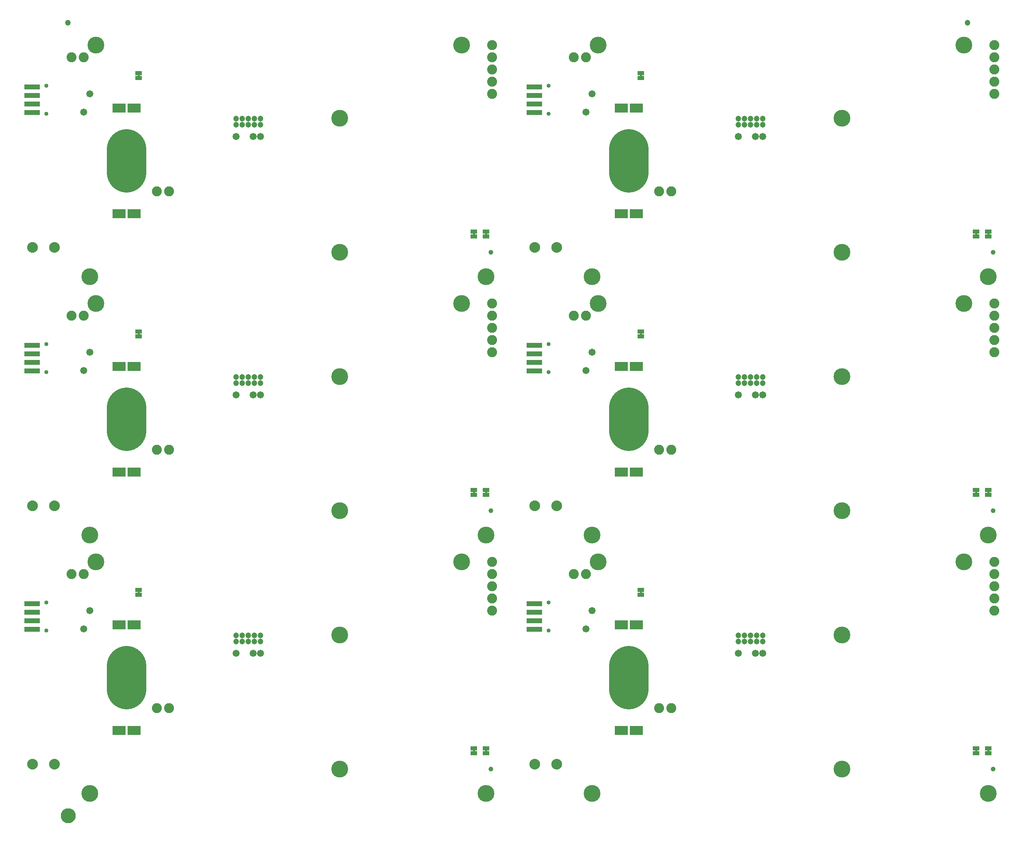
<source format=gbs>
G75*
%MOIN*%
%OFA0B0*%
%FSLAX25Y25*%
%IPPOS*%
%LPD*%
%AMOC8*
5,1,8,0,0,1.08239X$1,22.5*
%
%ADD10C,0.13800*%
%ADD11C,0.08800*%
%ADD12C,0.03359*%
%ADD13R,0.12611X0.04343*%
%ADD14C,0.05800*%
%ADD15C,0.04737*%
%ADD16R,0.10800X0.07800*%
%ADD17C,0.32296*%
%ADD18C,0.08200*%
%ADD19C,0.03950*%
%ADD20R,0.05800X0.03300*%
%ADD21C,0.00500*%
%ADD22C,0.05000*%
%ADD23C,0.06706*%
D10*
X0158933Y0118933D03*
X0363933Y0138933D03*
X0483933Y0118933D03*
X0570933Y0118933D03*
X0775933Y0138933D03*
X0895933Y0118933D03*
X0775933Y0248933D03*
X0875933Y0308933D03*
X0895933Y0330933D03*
X0775933Y0350933D03*
X0775933Y0460933D03*
X0875933Y0520933D03*
X0895933Y0542933D03*
X0775933Y0562933D03*
X0775933Y0672933D03*
X0875933Y0732933D03*
X0575933Y0732933D03*
X0463933Y0732933D03*
X0363933Y0672933D03*
X0363933Y0562933D03*
X0463933Y0520933D03*
X0483933Y0542933D03*
X0570933Y0542933D03*
X0575933Y0520933D03*
X0363933Y0460933D03*
X0363933Y0350933D03*
X0463933Y0308933D03*
X0483933Y0330933D03*
X0570933Y0330933D03*
X0575933Y0308933D03*
X0363933Y0248933D03*
X0163933Y0308933D03*
X0158933Y0330933D03*
X0163933Y0520933D03*
X0158933Y0542933D03*
X0163933Y0732933D03*
D11*
X0129933Y0566933D03*
X0111933Y0566933D03*
X0111933Y0354933D03*
X0129933Y0354933D03*
X0129933Y0142933D03*
X0111933Y0142933D03*
X0523933Y0142933D03*
X0541933Y0142933D03*
X0541933Y0354933D03*
X0523933Y0354933D03*
X0523933Y0566933D03*
X0541933Y0566933D03*
D12*
X0535244Y0487311D03*
X0535244Y0464555D03*
X0535244Y0275311D03*
X0535244Y0252555D03*
X0123244Y0252555D03*
X0123244Y0275311D03*
X0123244Y0464555D03*
X0123244Y0487311D03*
X0123244Y0676555D03*
X0123244Y0699311D03*
X0535244Y0699311D03*
X0535244Y0676555D03*
D13*
X0523433Y0677433D03*
X0523433Y0684433D03*
X0523433Y0691433D03*
X0523433Y0698433D03*
X0523433Y0486433D03*
X0523433Y0479433D03*
X0523433Y0472433D03*
X0523433Y0465433D03*
X0523433Y0274433D03*
X0523433Y0267433D03*
X0523433Y0260433D03*
X0523433Y0253433D03*
X0111433Y0253433D03*
X0111433Y0260433D03*
X0111433Y0267433D03*
X0111433Y0274433D03*
X0111433Y0465433D03*
X0111433Y0472433D03*
X0111433Y0479433D03*
X0111433Y0486433D03*
X0111433Y0677433D03*
X0111433Y0684433D03*
X0111433Y0691433D03*
X0111433Y0698433D03*
D14*
X0153933Y0677933D03*
X0158933Y0692933D03*
X0278933Y0657933D03*
X0292933Y0657933D03*
X0298933Y0657933D03*
X0158933Y0480933D03*
X0153933Y0465933D03*
X0278933Y0445933D03*
X0292933Y0445933D03*
X0298933Y0445933D03*
X0158933Y0268933D03*
X0153933Y0253933D03*
X0278933Y0233933D03*
X0292933Y0233933D03*
X0298933Y0233933D03*
X0565933Y0253933D03*
X0570933Y0268933D03*
X0690933Y0233933D03*
X0704933Y0233933D03*
X0710933Y0233933D03*
X0710933Y0445933D03*
X0704933Y0445933D03*
X0690933Y0445933D03*
X0570933Y0480933D03*
X0565933Y0465933D03*
X0690933Y0657933D03*
X0704933Y0657933D03*
X0710933Y0657933D03*
X0570933Y0692933D03*
X0565933Y0677933D03*
D15*
X0690933Y0672433D03*
X0690933Y0667433D03*
X0695933Y0667433D03*
X0695933Y0672433D03*
X0700933Y0672433D03*
X0700933Y0667433D03*
X0705933Y0667433D03*
X0705933Y0672433D03*
X0710933Y0672433D03*
X0710933Y0667433D03*
X0878933Y0751183D03*
X0710933Y0460433D03*
X0710933Y0455433D03*
X0705933Y0455433D03*
X0700933Y0455433D03*
X0695933Y0455433D03*
X0690933Y0455433D03*
X0690933Y0460433D03*
X0695933Y0460433D03*
X0700933Y0460433D03*
X0705933Y0460433D03*
X0705933Y0248433D03*
X0700933Y0248433D03*
X0700933Y0243433D03*
X0695933Y0243433D03*
X0690933Y0243433D03*
X0690933Y0248433D03*
X0695933Y0248433D03*
X0705933Y0243433D03*
X0710933Y0243433D03*
X0710933Y0248433D03*
X0298933Y0248433D03*
X0298933Y0243433D03*
X0293933Y0243433D03*
X0288933Y0243433D03*
X0283933Y0243433D03*
X0278933Y0243433D03*
X0278933Y0248433D03*
X0283933Y0248433D03*
X0288933Y0248433D03*
X0293933Y0248433D03*
X0293933Y0455433D03*
X0288933Y0455433D03*
X0283933Y0455433D03*
X0278933Y0455433D03*
X0278933Y0460433D03*
X0283933Y0460433D03*
X0288933Y0460433D03*
X0293933Y0460433D03*
X0298933Y0460433D03*
X0298933Y0455433D03*
X0298933Y0667433D03*
X0293933Y0667433D03*
X0288933Y0667433D03*
X0283933Y0667433D03*
X0278933Y0667433D03*
X0278933Y0672433D03*
X0283933Y0672433D03*
X0288933Y0672433D03*
X0293933Y0672433D03*
X0298933Y0672433D03*
X0140933Y0751183D03*
D16*
X0182831Y0681240D03*
X0195035Y0681240D03*
X0195035Y0594626D03*
X0182831Y0594626D03*
X0182831Y0469240D03*
X0195035Y0469240D03*
X0195035Y0382626D03*
X0182831Y0382626D03*
X0182831Y0257240D03*
X0195035Y0257240D03*
X0195035Y0170626D03*
X0182831Y0170626D03*
X0594831Y0170626D03*
X0607035Y0170626D03*
X0607035Y0257240D03*
X0594831Y0257240D03*
X0594831Y0382626D03*
X0607035Y0382626D03*
X0607035Y0469240D03*
X0594831Y0469240D03*
X0594831Y0594626D03*
X0607035Y0594626D03*
X0607035Y0681240D03*
X0594831Y0681240D03*
D17*
X0600933Y0647775D02*
X0600933Y0628091D01*
X0600933Y0435775D02*
X0600933Y0416091D01*
X0600933Y0223775D02*
X0600933Y0204091D01*
X0188933Y0204091D02*
X0188933Y0223775D01*
X0188933Y0416091D02*
X0188933Y0435775D01*
X0188933Y0628091D02*
X0188933Y0647775D01*
D18*
X0213933Y0612933D03*
X0223933Y0612933D03*
X0153933Y0510933D03*
X0143933Y0510933D03*
X0213933Y0400933D03*
X0223933Y0400933D03*
X0153933Y0298933D03*
X0143933Y0298933D03*
X0213933Y0188933D03*
X0223933Y0188933D03*
X0488933Y0268933D03*
X0488933Y0278933D03*
X0488933Y0288933D03*
X0488933Y0298933D03*
X0488933Y0308933D03*
X0555933Y0298933D03*
X0565933Y0298933D03*
X0625933Y0400933D03*
X0635933Y0400933D03*
X0488933Y0480933D03*
X0488933Y0490933D03*
X0488933Y0500933D03*
X0488933Y0510933D03*
X0488933Y0520933D03*
X0555933Y0510933D03*
X0565933Y0510933D03*
X0625933Y0612933D03*
X0635933Y0612933D03*
X0565933Y0722933D03*
X0555933Y0722933D03*
X0488933Y0722933D03*
X0488933Y0712933D03*
X0488933Y0702933D03*
X0488933Y0692933D03*
X0488933Y0732933D03*
X0153933Y0722933D03*
X0143933Y0722933D03*
X0625933Y0188933D03*
X0635933Y0188933D03*
X0900933Y0268933D03*
X0900933Y0278933D03*
X0900933Y0288933D03*
X0900933Y0298933D03*
X0900933Y0308933D03*
X0900933Y0480933D03*
X0900933Y0490933D03*
X0900933Y0500933D03*
X0900933Y0510933D03*
X0900933Y0520933D03*
X0900933Y0692933D03*
X0900933Y0702933D03*
X0900933Y0712933D03*
X0900933Y0722933D03*
X0900933Y0732933D03*
D19*
X0899870Y0562933D03*
X0899870Y0350933D03*
X0899870Y0138933D03*
X0487870Y0138933D03*
X0487870Y0350933D03*
X0487870Y0562933D03*
D20*
X0483933Y0575933D03*
X0483933Y0579933D03*
X0473933Y0579933D03*
X0473933Y0575933D03*
X0610933Y0497933D03*
X0610933Y0493933D03*
X0483933Y0367933D03*
X0483933Y0363933D03*
X0473933Y0363933D03*
X0473933Y0367933D03*
X0610933Y0285933D03*
X0610933Y0281933D03*
X0483933Y0155933D03*
X0483933Y0151933D03*
X0473933Y0151933D03*
X0473933Y0155933D03*
X0198933Y0281933D03*
X0198933Y0285933D03*
X0198933Y0493933D03*
X0198933Y0497933D03*
X0198933Y0705933D03*
X0198933Y0709933D03*
X0610933Y0709933D03*
X0610933Y0705933D03*
X0885933Y0579933D03*
X0885933Y0575933D03*
X0895933Y0575933D03*
X0895933Y0579933D03*
X0895933Y0367933D03*
X0895933Y0363933D03*
X0885933Y0363933D03*
X0885933Y0367933D03*
X0885933Y0155933D03*
X0885933Y0151933D03*
X0895933Y0151933D03*
X0895933Y0155933D03*
D21*
X0896433Y0154683D02*
X0895433Y0154683D01*
X0895433Y0153183D01*
X0896433Y0153183D01*
X0896433Y0154683D01*
X0896433Y0154298D02*
X0895433Y0154298D01*
X0895433Y0153799D02*
X0896433Y0153799D01*
X0896433Y0153301D02*
X0895433Y0153301D01*
X0886433Y0153301D02*
X0885433Y0153301D01*
X0885433Y0153183D02*
X0886433Y0153183D01*
X0886433Y0154683D01*
X0885433Y0154683D01*
X0885433Y0153183D01*
X0885433Y0153799D02*
X0886433Y0153799D01*
X0886433Y0154298D02*
X0885433Y0154298D01*
X0885433Y0365183D02*
X0886433Y0365183D01*
X0886433Y0366683D01*
X0885433Y0366683D01*
X0885433Y0365183D01*
X0885433Y0365666D02*
X0886433Y0365666D01*
X0886433Y0366165D02*
X0885433Y0366165D01*
X0885433Y0366663D02*
X0886433Y0366663D01*
X0895433Y0366663D02*
X0896433Y0366663D01*
X0896433Y0366683D02*
X0895433Y0366683D01*
X0895433Y0365183D01*
X0896433Y0365183D01*
X0896433Y0366683D01*
X0896433Y0366165D02*
X0895433Y0366165D01*
X0895433Y0365666D02*
X0896433Y0365666D01*
X0896433Y0577183D02*
X0896433Y0578683D01*
X0895433Y0578683D01*
X0895433Y0577183D01*
X0896433Y0577183D01*
X0896433Y0577534D02*
X0895433Y0577534D01*
X0895433Y0578032D02*
X0896433Y0578032D01*
X0896433Y0578531D02*
X0895433Y0578531D01*
X0886433Y0578531D02*
X0885433Y0578531D01*
X0885433Y0578683D02*
X0885433Y0577183D01*
X0886433Y0577183D01*
X0886433Y0578683D01*
X0885433Y0578683D01*
X0885433Y0578032D02*
X0886433Y0578032D01*
X0886433Y0577534D02*
X0885433Y0577534D01*
X0611433Y0496683D02*
X0610433Y0496683D01*
X0610433Y0495183D01*
X0611433Y0495183D01*
X0611433Y0496683D01*
X0611433Y0496276D02*
X0610433Y0496276D01*
X0610433Y0495778D02*
X0611433Y0495778D01*
X0611433Y0495279D02*
X0610433Y0495279D01*
X0484433Y0577183D02*
X0484433Y0578683D01*
X0483433Y0578683D01*
X0483433Y0577183D01*
X0484433Y0577183D01*
X0484433Y0577534D02*
X0483433Y0577534D01*
X0483433Y0578032D02*
X0484433Y0578032D01*
X0484433Y0578531D02*
X0483433Y0578531D01*
X0474433Y0578531D02*
X0473433Y0578531D01*
X0473433Y0578683D02*
X0473433Y0577183D01*
X0474433Y0577183D01*
X0474433Y0578683D01*
X0473433Y0578683D01*
X0473433Y0578032D02*
X0474433Y0578032D01*
X0474433Y0577534D02*
X0473433Y0577534D01*
X0610433Y0707183D02*
X0611433Y0707183D01*
X0611433Y0708683D01*
X0610433Y0708683D01*
X0610433Y0707183D01*
X0610433Y0707645D02*
X0611433Y0707645D01*
X0611433Y0708144D02*
X0610433Y0708144D01*
X0610433Y0708642D02*
X0611433Y0708642D01*
X0199433Y0708642D02*
X0198433Y0708642D01*
X0198433Y0708683D02*
X0198433Y0707183D01*
X0199433Y0707183D01*
X0199433Y0708683D01*
X0198433Y0708683D01*
X0198433Y0708144D02*
X0199433Y0708144D01*
X0199433Y0707645D02*
X0198433Y0707645D01*
X0198433Y0496683D02*
X0198433Y0495183D01*
X0199433Y0495183D01*
X0199433Y0496683D01*
X0198433Y0496683D01*
X0198433Y0496276D02*
X0199433Y0496276D01*
X0199433Y0495778D02*
X0198433Y0495778D01*
X0198433Y0495279D02*
X0199433Y0495279D01*
X0473433Y0366683D02*
X0474433Y0366683D01*
X0474433Y0365183D01*
X0473433Y0365183D01*
X0473433Y0366683D01*
X0473433Y0366663D02*
X0474433Y0366663D01*
X0474433Y0366165D02*
X0473433Y0366165D01*
X0473433Y0365666D02*
X0474433Y0365666D01*
X0483433Y0365666D02*
X0484433Y0365666D01*
X0484433Y0365183D02*
X0484433Y0366683D01*
X0483433Y0366683D01*
X0483433Y0365183D01*
X0484433Y0365183D01*
X0484433Y0366165D02*
X0483433Y0366165D01*
X0483433Y0366663D02*
X0484433Y0366663D01*
X0610433Y0284683D02*
X0610433Y0283183D01*
X0611433Y0283183D01*
X0611433Y0284683D01*
X0610433Y0284683D01*
X0610433Y0284409D02*
X0611433Y0284409D01*
X0611433Y0283911D02*
X0610433Y0283911D01*
X0610433Y0283412D02*
X0611433Y0283412D01*
X0484433Y0154683D02*
X0483433Y0154683D01*
X0483433Y0153183D01*
X0484433Y0153183D01*
X0484433Y0154683D01*
X0484433Y0154298D02*
X0483433Y0154298D01*
X0483433Y0153799D02*
X0484433Y0153799D01*
X0484433Y0153301D02*
X0483433Y0153301D01*
X0474433Y0153301D02*
X0473433Y0153301D01*
X0473433Y0153183D02*
X0474433Y0153183D01*
X0474433Y0154683D01*
X0473433Y0154683D01*
X0473433Y0153183D01*
X0473433Y0153799D02*
X0474433Y0153799D01*
X0474433Y0154298D02*
X0473433Y0154298D01*
X0199433Y0283183D02*
X0198433Y0283183D01*
X0198433Y0284683D01*
X0199433Y0284683D01*
X0199433Y0283183D01*
X0199433Y0283412D02*
X0198433Y0283412D01*
X0198433Y0283911D02*
X0199433Y0283911D01*
X0199433Y0284409D02*
X0198433Y0284409D01*
D22*
X0137368Y0100683D02*
X0137370Y0100802D01*
X0137376Y0100921D01*
X0137386Y0101040D01*
X0137400Y0101158D01*
X0137418Y0101276D01*
X0137439Y0101393D01*
X0137465Y0101509D01*
X0137495Y0101625D01*
X0137528Y0101739D01*
X0137565Y0101852D01*
X0137606Y0101964D01*
X0137651Y0102075D01*
X0137699Y0102184D01*
X0137751Y0102291D01*
X0137807Y0102396D01*
X0137866Y0102500D01*
X0137928Y0102601D01*
X0137994Y0102701D01*
X0138063Y0102798D01*
X0138135Y0102892D01*
X0138211Y0102985D01*
X0138289Y0103074D01*
X0138370Y0103161D01*
X0138455Y0103246D01*
X0138542Y0103327D01*
X0138631Y0103405D01*
X0138724Y0103481D01*
X0138818Y0103553D01*
X0138915Y0103622D01*
X0139015Y0103688D01*
X0139116Y0103750D01*
X0139220Y0103809D01*
X0139325Y0103865D01*
X0139432Y0103917D01*
X0139541Y0103965D01*
X0139652Y0104010D01*
X0139764Y0104051D01*
X0139877Y0104088D01*
X0139991Y0104121D01*
X0140107Y0104151D01*
X0140223Y0104177D01*
X0140340Y0104198D01*
X0140458Y0104216D01*
X0140576Y0104230D01*
X0140695Y0104240D01*
X0140814Y0104246D01*
X0140933Y0104248D01*
X0141052Y0104246D01*
X0141171Y0104240D01*
X0141290Y0104230D01*
X0141408Y0104216D01*
X0141526Y0104198D01*
X0141643Y0104177D01*
X0141759Y0104151D01*
X0141875Y0104121D01*
X0141989Y0104088D01*
X0142102Y0104051D01*
X0142214Y0104010D01*
X0142325Y0103965D01*
X0142434Y0103917D01*
X0142541Y0103865D01*
X0142646Y0103809D01*
X0142750Y0103750D01*
X0142851Y0103688D01*
X0142951Y0103622D01*
X0143048Y0103553D01*
X0143142Y0103481D01*
X0143235Y0103405D01*
X0143324Y0103327D01*
X0143411Y0103246D01*
X0143496Y0103161D01*
X0143577Y0103074D01*
X0143655Y0102985D01*
X0143731Y0102892D01*
X0143803Y0102798D01*
X0143872Y0102701D01*
X0143938Y0102601D01*
X0144000Y0102500D01*
X0144059Y0102396D01*
X0144115Y0102291D01*
X0144167Y0102184D01*
X0144215Y0102075D01*
X0144260Y0101964D01*
X0144301Y0101852D01*
X0144338Y0101739D01*
X0144371Y0101625D01*
X0144401Y0101509D01*
X0144427Y0101393D01*
X0144448Y0101276D01*
X0144466Y0101158D01*
X0144480Y0101040D01*
X0144490Y0100921D01*
X0144496Y0100802D01*
X0144498Y0100683D01*
X0144496Y0100564D01*
X0144490Y0100445D01*
X0144480Y0100326D01*
X0144466Y0100208D01*
X0144448Y0100090D01*
X0144427Y0099973D01*
X0144401Y0099857D01*
X0144371Y0099741D01*
X0144338Y0099627D01*
X0144301Y0099514D01*
X0144260Y0099402D01*
X0144215Y0099291D01*
X0144167Y0099182D01*
X0144115Y0099075D01*
X0144059Y0098970D01*
X0144000Y0098866D01*
X0143938Y0098765D01*
X0143872Y0098665D01*
X0143803Y0098568D01*
X0143731Y0098474D01*
X0143655Y0098381D01*
X0143577Y0098292D01*
X0143496Y0098205D01*
X0143411Y0098120D01*
X0143324Y0098039D01*
X0143235Y0097961D01*
X0143142Y0097885D01*
X0143048Y0097813D01*
X0142951Y0097744D01*
X0142851Y0097678D01*
X0142750Y0097616D01*
X0142646Y0097557D01*
X0142541Y0097501D01*
X0142434Y0097449D01*
X0142325Y0097401D01*
X0142214Y0097356D01*
X0142102Y0097315D01*
X0141989Y0097278D01*
X0141875Y0097245D01*
X0141759Y0097215D01*
X0141643Y0097189D01*
X0141526Y0097168D01*
X0141408Y0097150D01*
X0141290Y0097136D01*
X0141171Y0097126D01*
X0141052Y0097120D01*
X0140933Y0097118D01*
X0140814Y0097120D01*
X0140695Y0097126D01*
X0140576Y0097136D01*
X0140458Y0097150D01*
X0140340Y0097168D01*
X0140223Y0097189D01*
X0140107Y0097215D01*
X0139991Y0097245D01*
X0139877Y0097278D01*
X0139764Y0097315D01*
X0139652Y0097356D01*
X0139541Y0097401D01*
X0139432Y0097449D01*
X0139325Y0097501D01*
X0139220Y0097557D01*
X0139116Y0097616D01*
X0139015Y0097678D01*
X0138915Y0097744D01*
X0138818Y0097813D01*
X0138724Y0097885D01*
X0138631Y0097961D01*
X0138542Y0098039D01*
X0138455Y0098120D01*
X0138370Y0098205D01*
X0138289Y0098292D01*
X0138211Y0098381D01*
X0138135Y0098474D01*
X0138063Y0098568D01*
X0137994Y0098665D01*
X0137928Y0098765D01*
X0137866Y0098866D01*
X0137807Y0098970D01*
X0137751Y0099075D01*
X0137699Y0099182D01*
X0137651Y0099291D01*
X0137606Y0099402D01*
X0137565Y0099514D01*
X0137528Y0099627D01*
X0137495Y0099741D01*
X0137465Y0099857D01*
X0137439Y0099973D01*
X0137418Y0100090D01*
X0137400Y0100208D01*
X0137386Y0100326D01*
X0137376Y0100445D01*
X0137370Y0100564D01*
X0137368Y0100683D01*
D23*
X0140933Y0100683D03*
M02*

</source>
